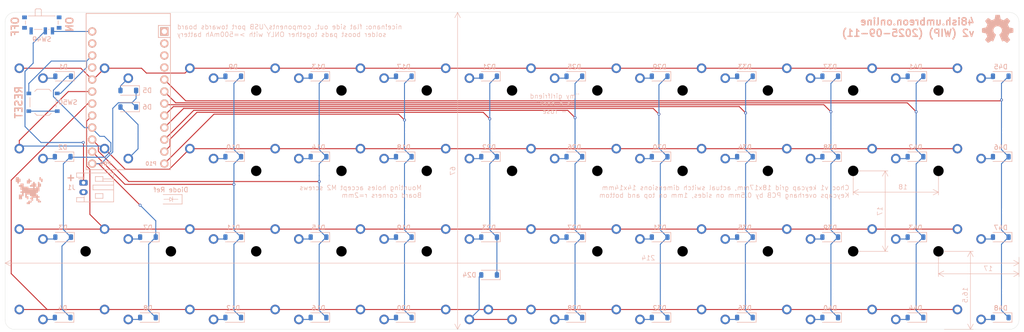
<source format=kicad_pcb>
(kicad_pcb
	(version 20241229)
	(generator "pcbnew")
	(generator_version "9.0")
	(general
		(thickness 1.6)
		(legacy_teardrops no)
	)
	(paper "A3")
	(title_block
		(title "plank")
		(rev "v1.0.0")
		(company "Unknown")
	)
	(layers
		(0 "F.Cu" signal)
		(2 "B.Cu" signal)
		(9 "F.Adhes" user "F.Adhesive")
		(11 "B.Adhes" user "B.Adhesive")
		(13 "F.Paste" user)
		(15 "B.Paste" user)
		(5 "F.SilkS" user "F.Silkscreen")
		(7 "B.SilkS" user "B.Silkscreen")
		(1 "F.Mask" user)
		(3 "B.Mask" user)
		(17 "Dwgs.User" user "User.Drawings")
		(19 "Cmts.User" user "User.Comments")
		(21 "Eco1.User" user "User.Eco1")
		(23 "Eco2.User" user "User.Eco2")
		(25 "Edge.Cuts" user)
		(27 "Margin" user)
		(31 "F.CrtYd" user "F.Courtyard")
		(29 "B.CrtYd" user "B.Courtyard")
		(35 "F.Fab" user)
		(33 "B.Fab" user)
	)
	(setup
		(pad_to_mask_clearance 0)
		(allow_soldermask_bridges_in_footprints no)
		(tenting front back)
		(pcbplotparams
			(layerselection 0x00000000_00000000_55555555_5755f5ff)
			(plot_on_all_layers_selection 0x00000000_00000000_00000000_00000000)
			(disableapertmacros no)
			(usegerberextensions no)
			(usegerberattributes yes)
			(usegerberadvancedattributes yes)
			(creategerberjobfile yes)
			(dashed_line_dash_ratio 12.000000)
			(dashed_line_gap_ratio 3.000000)
			(svgprecision 4)
			(plotframeref no)
			(mode 1)
			(useauxorigin no)
			(hpglpennumber 1)
			(hpglpenspeed 20)
			(hpglpendiameter 15.000000)
			(pdf_front_fp_property_popups yes)
			(pdf_back_fp_property_popups yes)
			(pdf_metadata yes)
			(pdf_single_document no)
			(dxfpolygonmode yes)
			(dxfimperialunits yes)
			(dxfusepcbnewfont yes)
			(psnegative no)
			(psa4output no)
			(plot_black_and_white yes)
			(sketchpadsonfab no)
			(plotpadnumbers no)
			(hidednponfab no)
			(sketchdnponfab yes)
			(crossoutdnponfab yes)
			(subtractmaskfromsilk no)
			(outputformat 1)
			(mirror no)
			(drillshape 0)
			(scaleselection 1)
			(outputdirectory "48ish_soldered_out/")
		)
	)
	(net 0 "")
	(net 1 "Net-(D1-A)")
	(net 2 "/col0")
	(net 3 "Net-(D2-A)")
	(net 4 "Net-(D3-A)")
	(net 5 "Net-(D4-A)")
	(net 6 "/col1")
	(net 7 "Net-(D5-A)")
	(net 8 "Net-(D6-A)")
	(net 9 "Net-(D7-A)")
	(net 10 "Net-(D8-A)")
	(net 11 "Net-(D9-A)")
	(net 12 "/col2")
	(net 13 "Net-(D10-A)")
	(net 14 "Net-(D11-A)")
	(net 15 "Net-(D12-A)")
	(net 16 "/col3")
	(net 17 "Net-(D13-A)")
	(net 18 "Net-(D14-A)")
	(net 19 "Net-(D15-A)")
	(net 20 "Net-(D16-A)")
	(net 21 "Net-(D17-A)")
	(net 22 "/col4")
	(net 23 "Net-(D18-A)")
	(net 24 "Net-(D19-A)")
	(net 25 "Net-(D20-A)")
	(net 26 "Net-(D21-A)")
	(net 27 "/col5")
	(net 28 "Net-(D22-A)")
	(net 29 "Net-(D23-A)")
	(net 30 "Net-(D24-A)")
	(net 31 "Net-(D25-A)")
	(net 32 "/col6")
	(net 33 "Net-(D26-A)")
	(net 34 "Net-(D27-A)")
	(net 35 "Net-(D28-A)")
	(net 36 "/col7")
	(net 37 "Net-(D29-A)")
	(net 38 "Net-(D30-A)")
	(net 39 "Net-(D31-A)")
	(net 40 "Net-(D32-A)")
	(net 41 "Net-(D33-A)")
	(net 42 "/col8")
	(net 43 "Net-(D34-A)")
	(net 44 "Net-(D35-A)")
	(net 45 "Net-(D36-A)")
	(net 46 "Net-(D37-A)")
	(net 47 "/col9")
	(net 48 "Net-(D38-A)")
	(net 49 "Net-(D39-A)")
	(net 50 "Net-(D40-A)")
	(net 51 "Net-(D41-A)")
	(net 52 "/col10")
	(net 53 "Net-(D42-A)")
	(net 54 "Net-(D43-A)")
	(net 55 "Net-(D44-A)")
	(net 56 "/col11")
	(net 57 "Net-(D45-A)")
	(net 58 "Net-(D46-A)")
	(net 59 "Net-(D47-A)")
	(net 60 "Net-(D48-A)")
	(net 61 "Net-(J1-Pin_1)")
	(net 62 "VBAT")
	(net 63 "/row0")
	(net 64 "/row2")
	(net 65 "GND")
	(net 66 "unconnected-(U1-P1{slash}TX-Pad1)")
	(net 67 "/row3")
	(net 68 "unconnected-(U1-P0{slash}RX-Pad2)")
	(net 69 "/row1")
	(net 70 "Net-(SW50-A)")
	(net 71 "unconnected-(SW49-A-Pad1)")
	(footprint "stuff:Choc_v1" (layer "F.Cu") (at 134.5 128))
	(footprint "stuff:Choc_v1" (layer "F.Cu") (at 242.5 128))
	(footprint "stuff:Choc_v1" (layer "F.Cu") (at 188.5 128))
	(footprint "stuff:shitty_m2_mounting_hole" (layer "F.Cu") (at 161.5 136.5))
	(footprint "stuff:Choc_v1" (layer "F.Cu") (at 278.5 111))
	(footprint "stuff:shitty_m2_mounting_hole" (layer "F.Cu") (at 197.5 153.5))
	(footprint "stuff:shitty_m2_mounting_hole" (layer "F.Cu") (at 305.5 136.5))
	(footprint "stuff:Choc_v1" (layer "F.Cu") (at 206.5 111))
	(footprint "stuff:Choc_v1" (layer "F.Cu") (at 170.5 145))
	(footprint "stuff:Choc_v1" (layer "F.Cu") (at 260.5 111))
	(footprint "stuff:Choc_v1" (layer "F.Cu") (at 152.5 128))
	(footprint "stuff:shitty_m2_mounting_hole" (layer "F.Cu") (at 287.5 153.5))
	(footprint "stuff:Choc_v1" (layer "F.Cu") (at 116.5 128))
	(footprint "stuff:Choc_v1" (layer "F.Cu") (at 224.5 128))
	(footprint "stuff:shitty_m2_mounting_hole" (layer "F.Cu") (at 179.5 153.5))
	(footprint "stuff:Choc_v1" (layer "F.Cu") (at 224.5 145))
	(footprint "stuff:Choc_v1" (layer "F.Cu") (at 134.5 111))
	(footprint "stuff:shitty_m2_mounting_hole" (layer "F.Cu") (at 215.5 119.5))
	(footprint "stuff:shitty_m2_mounting_hole" (layer "F.Cu") (at 269.5 153.5))
	(footprint "stuff:Choc_v1" (layer "F.Cu") (at 314.5 145))
	(footprint "stuff:Choc_v1" (layer "F.Cu") (at 314.5 128))
	(footprint "stuff:Choc_v1" (layer "F.Cu") (at 278.5 162))
	(footprint "stuff:shitty_m2_mounting_hole" (layer "F.Cu") (at 197.5 136.5))
	(footprint "stuff:Choc_v1" (layer "F.Cu") (at 224.5 111))
	(footprint "stuff:Choc_v1" (layer "F.Cu") (at 260.5 162))
	(footprint "stuff:shitty_m2_mounting_hole" (layer "F.Cu") (at 233.5 136.5))
	(footprint "stuff:Choc_v1" (layer "F.Cu") (at 188.5 162))
	(footprint "stuff:Choc_v1" (layer "F.Cu") (at 152.5 162))
	(footprint "stuff:Choc_v1" (layer "F.Cu") (at 116.5 162))
	(footprint "stuff:shitty_m2_mounting_hole" (layer "F.Cu") (at 233.5 153.5))
	(footprint "stuff:shitty_m2_mounting_hole" (layer "F.Cu") (at 161.5 153.5))
	(footprint "stuff:Choc_v1" (layer "F.Cu") (at 170.5 162))
	(footprint "stuff:Choc_v1" (layer "F.Cu") (at 278.5 128))
	(footprint "stuff:Choc_v1" (layer "F.Cu") (at 116.5 145))
	(footprint "stuff:Choc_v1" (layer "F.Cu") (at 260.5 128))
	(footprint "stuff:Choc_v1" (layer "F.Cu") (at 206.5 128))
	(footprint "stuff:Choc_v1" (layer "F.Cu") (at 242.5 111))
	(footprint "stuff:shitty_m2_mounting_hole" (layer "F.Cu") (at 251.5 136.5))
	(footprint "stuff:Choc_v1" (layer "F.Cu") (at 242.5 145))
	(footprint "stuff:Choc_v1" (layer "F.Cu") (at 215.5 162))
	(footprint "stuff:Choc_v1" (layer "F.Cu") (at 134.5 145))
	(footprint "stuff:Choc_v1" (layer "F.Cu") (at 296.5 145))
	(footprint "stuff:shitty_m2_mounting_hole" (layer "F.Cu") (at 251.5 119.5))
	(footprint "stuff:Choc_v1" (layer "F.Cu") (at 170.5 128))
	(footprint "stuff:Choc_v1" (layer "F.Cu") (at 296.5 162))
	(footprint "stuff:Choc_v1" (layer "F.Cu") (at 314.5 111))
	(footprint "stuff:shitty_m2_mounting_hole" (layer "F.Cu") (at 197.5 119.5))
	(footprint "stuff:Choc_v1" (layer "F.Cu") (at 260.5 145))
	(footprint "stuff:Choc_v1" (layer "F.Cu") (at 170.5 111))
	(footprint "stuff:Choc_v1" (layer "F.Cu") (at 116.5 111))
	(footprint "stuff:shitty_m2_mounting_hole" (layer "F.Cu") (at 233.5 119.5))
	(footprint "stuff:Choc_v1" (layer "F.Cu") (at 152.5 111))
	(footprint "stuff:shitty_m2_mounting_hole" (layer "F.Cu") (at 305.5 119.5))
	(footprint "stuff:shitty_m2_mounting_hole" (layer "F.Cu") (at 179.5 119.5))
	(footprint "stuff:shitty_m2_mounting_hole" (layer "F.Cu") (at 287.5 119.5))
	(footprint "stuff:Choc_v1" (layer "F.Cu") (at 188.5 111))
	(footprint "stuff:Choc_v1" (layer "F.Cu") (at 206.5 162))
	(footprint "stuff:shitty_m2_mounting_hole" (layer "F.Cu") (at 251.5 153.5))
	(footprint "stuff:shitty_m2_mounting_hole" (layer "F.Cu") (at 269.5 136.5))
	(footprint "stuff:Choc_v1"
		(layer "F.Cu")
		(uuid "af34793c-daa4-4b79-95b7-6a08e89da75f")
		(at 314.5 162)
		(property "Reference" "SW48"
			(at 0 0 0)
			(layer "F.SilkS")
			(hide yes)
			(uuid "541f78e3-30ca-46a0-829a-c350c8bd6488")
			(effects
				(font
					(size 1.27 1.27)
					(thickness 0.15)
				)
			)
		)
		(property "Value" "SW_SPST"
			(at 0 0 0)
			(layer "F.SilkS")
			(hide yes)
			(uuid "c946a7ff-19b3-4cc8-a137-09131e4f43f6")
			(effects
				(font
					(size 1.27 1.27)
					(thickness 0.15)
				)
			)
		)
		(property "Datasheet" "~"
			(at 0 0 0)
			(layer "F.Fab")
			(hide yes)
			(uuid "c002c301-9b48-4ac9-90b7-5c9546a86264")
			(effects
				(font
					(size 1.27 1.27)
					(thickness 0.15)
				)
			)
		)
		(property "Description" "Single Pole Single Throw (SPST) switch"
			(at 0 0 0)
			(layer "F.Fab")
			(hide yes)
			(uuid "e7768342-1231-46c5-8abd-ea706634fdff")
			(effects
				(font
					(size 1.27 1.27)
					(thickness 0.15)
				)
			)
		)
		(path "/a0f4c260-c94c-4389-b0dc-6a1faebf1b04")
		(sheetname "/")
		(sheetfile "48ish_soldered.kicad_sch")
		(attr through_hole)
		(fp_line
			(start -9 -8.5)
			(end 9 -8.5)
			(stroke
				(width 0.15)
				(type solid)
			)
			(layer "Dwgs.User")
			(uuid "159b41ad-116b-4626-b962-aff74eaac337")
		)
		(fp_line
			(start -9 8.5)
			(end -9 -8.5)
			(stroke
				(width 0.15)
				(type solid)
			)
			(layer "Dwgs.User")
			(uuid "360c1585-fc9c-4014-b471-fa85a0ebf5ea")
		)
		(fp_line
			(start -7 -6)
			(end -7 -7)
			(stroke
				(width 0.15)
				(type solid)
			)
			(layer "Dwgs.User")
			(uuid "a226d315-f7dc-42e7-a98b-ab2919a994de")
		)
		(fp_line
			(start -7 7)
			(end -7 6)
			(stroke
				(width 0.15)
				(type solid)
			)
			(layer "Dwgs.User")
			(uuid "82a2ba49-8e4b-4423-9b69-ee187277658a")
		)
		(fp_line
			(start -7 7)
			(end -6 7)
			(stroke
				(width 0.15)
				(type solid)
			)
			(layer "Dwgs.User")
			(uuid "290f0337-2687-4801-96ee-83a217c8d7ff")
		)
		(fp_line
			(start -6 -7)
			(end -7 -7)
			(stroke
				(width 0.15)
				(type solid)
			)
			(layer "Dwgs.User")
			(uuid "eb8a1660-1ff3-47e5-a342-ed2f51cedc22")
		)
		(fp_line
			(start 6 7)
			(end 7 7)
			(stroke
				(width 0.15)
				(type solid)
			)
			(layer "Dwgs.User")
			(uuid "7ddd7d55-d1fc-433f-8b47-35907796db15")
		)
		(fp_line
			(start 7 -7)
			(end 6 -7)
			(stroke
				(width 0.15)
				(type solid)
			)
			(layer "Dwgs.User")
			(uuid "75d2e287-2620-41f4-9c7a-7ee970680e0b")
		)
		(fp_line
			(start 7 -7)
			(end 7 -6)
			(stroke
				(width 0.15)
				(type solid)
			)
			(layer "Dwgs.User")
			(uuid "24a53999-8592-4fa4-be4d-b756f8b6426b")
		)
		(fp_line
			(start 7 6)
			(end 7 7)
			(stroke
				(width 0.15)
				(type solid)
			)
			(layer "Dwgs.User")
			(uuid "a8f837cd-a941-453b-8347-c39b4fba6076")
		)
		(fp_line
			(start 9 -8.5)
			(end 9 8.5)
			(stroke
				(width 0.15)
				(type solid)
			)
			(layer "Dwgs.User")
			(uuid "e432349b-912d-4655-8d68-387455af2041")
		)
		(fp_line
			(start 9 8.5)
			(end -9 8.5)
			(stroke
				(width 0.15)
				(type solid)
			)
			(layer "Dwgs.User")
			(uuid "92417981-0acf-4127-bf8f-f539c756f504")
		)
		(pad "" np_thru_hole circle
			(at -5.5 0 180)
			(size 1.7018 1.7018)
			(drill 1.7018)
			(layers "*.Cu" "*.Mask")
			(uuid "e0b86a4c-cfe9-4955-9997-6a9f54f893c4")
		)
		(pad "" np_thru_hole circle
			(at 0 0 180)
			(size 3.429 3.429)
			(drill 3.429)
			(layers "*.Cu" "*.Mask")
			(uuid "6d5ae354-07f5-4001-99d5-8839d170bd16")
		)
		(pad "" np_thru_hole circle
			(at 5.5 0 180)
			(size 1.7018 1.7018)
			(drill 1.7018)
			(layers "*.Cu" "*.Mask")
			(uuid "a3337838-4769-4320-82cd-b9959031aa1d")
		)
		(pad "1" thru_hole circle
			(at 
... [447417 chars truncated]
</source>
